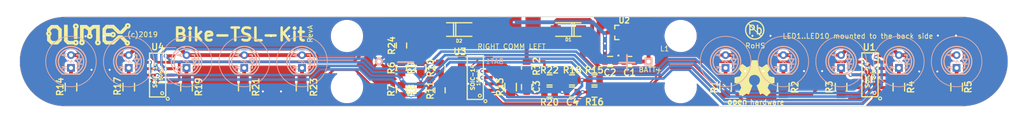
<source format=kicad_pcb>
(kicad_pcb (version 20221018) (generator pcbnew)
  (layers (0 "F.Cu" signal) (31 "B.Cu" signal) (34 "B.Paste" user) (35 "F.Paste" user) (36 "B.SilkS" user "B.Silkscreen") (37 "F.SilkS" user "F.Silkscreen") (38 "B.Mask" user) (39 "F.Mask" user) (44 "Edge.Cuts" user))
  (net 0 "")
  (net 1 "Net-(BAT1-Pad1)")
  (net 2 "Net-(LED1-Pad1)")
  (net 3 "Net-(LED2-Pad1)")
  (net 4 "Net-(LED3-Pad1)")
  (net 5 "Net-(LED4-Pad1)")
  (net 6 "Net-(LED5-Pad1)")
  (net 7 "Net-(LED6-Pad1)")
  (net 8 "Net-(LED7-Pad1)")
  (net 9 "Net-(LED8-Pad1)")
  (net 10 "Net-(LED9-Pad1)")
  (net 11 "Net-(LED10-Pad1)")
  (net 12 "GND")
  (net 13 "VDD_TO_LEFT_RIGHT")
  (net 14 "CAP")
  (net 15 "Net-(C4-Pad2)")
  (net 16 "Net-(L1-Pad2)")
  (net 17 "LEFT")
  (net 18 "RIGHT")
  (net 19 "Net-(R1-Pad2)")
  (net 20 "Net-(R2-Pad2)")
  (net 21 "Net-(R3-Pad2)")
  (net 22 "Net-(R4-Pad2)")
  (net 23 "Net-(R5-Pad2)")
  (net 24 "Net-(R6-Pad2)")
  (net 25 "VDD")
  (net 26 "Net-(R7-Pad2)")
  (net 27 "Net-(R8-Pad2)")
  (net 28 "Net-(R10-Pad1)")
  (net 29 "Net-(R10-Pad2)")
  (net 30 "Net-(R13-Pad1)")
  (net 31 "Net-(R14-Pad2)")
  (net 32 "Net-(R15-Pad2)")
  (net 33 "Net-(R17-Pad2)")
  (net 34 "Net-(R18-Pad2)")
  (net 35 "Net-(R19-Pad2)")
  (net 36 "Net-(R21-Pad2)")
  (net 37 "Net-(R23-Pad2)")
  (net 38 "Net-(R24-Pad2)")
  (footprint "OLIMEX_Other-FP:Mounting_hole_3.3mm" (layer "F.Cu") (at 102.87 33.02)
    (fp_text reference "MountingHole*" hide)
    (fp_text value "Mounting_hole_3.3mm" hide)
  )
  (footprint "OLIMEX_Other-FP:Mounting_hole_3.3mm" (layer "F.Cu") (at 102.87 43.18)
    (fp_text reference "MountingHole*" hide)
    (fp_text value "Mounting_hole_3.3mm" hide)
  )
  (footprint "OLIMEX_Other-FP:Mounting_hole_3.3mm" (layer "F.Cu") (at 168.91 43.18)
    (fp_text reference "MountingHole*" hide)
    (fp_text value "Mounting_hole_3.3mm" hide)
  )
  (footprint "OLIMEX_Other-FP:Mounting_hole_3.3mm" (layer "F.Cu") (at 168.91 33.02)
    (fp_text reference "MountingHole*" hide)
    (fp_text value "Mounting_hole_3.3mm" hide)
  )
  (footprint "OLIMEX_RLC-FP:C_0805_5MIL_DWS" (layer "F.Cu") (at 158.75 38.1 180)
    (fp_text reference "C1")
    (fp_text value "10uF")
  )
  (footprint "OLIMEX_RLC-FP:C_0805_5MIL_DWS" (layer "F.Cu") (at 154.94 38.1)
    (fp_text reference "C2")
    (fp_text value "10uF")
  )
  (footprint "OLIMEX_RLC-FP:C_0805_5MIL_DWS" (layer "F.Cu") (at 138.43 43.18 -90)
    (fp_text reference "C3")
    (fp_text value "10uF")
  )
  (footprint "OLIMEX_RLC-FP:C_0805_5MIL_DWS" (layer "F.Cu") (at 147.4089 44.1706)
    (fp_text reference "C4")
    (fp_text value "10uF")
  )
  (footprint "OLIMEX_RLC-FP:CD43" (layer "F.Cu") (at 161.925 33.02 90)
    (fp_text reference "L1")
    (fp_text value "4.7uH")
  )
  (footprint "OLIMEX_RLC-FP:R_1206_5MIL_DWS" (layer "F.Cu") (at 177.8 43.18 -90)
    (fp_text reference "R1")
    (fp_text value "220R")
  )
  (footprint "OLIMEX_RLC-FP:R_1206_5MIL_DWS" (layer "F.Cu") (at 189.23 43.18 -90)
    (fp_text reference "R2")
    (fp_text value "220R")
  )
  (footprint "OLIMEX_RLC-FP:R_1206_5MIL_DWS" (layer "F.Cu") (at 200.66 43.18 -90)
    (fp_text reference "R3")
    (fp_text value "220R")
  )
  (footprint "OLIMEX_RLC-FP:R_1206_5MIL_DWS" (layer "F.Cu") (at 212.09 43.18 -90)
    (fp_text reference "R4")
    (fp_text value "220R")
  )
  (footprint "OLIMEX_RLC-FP:R_1206_5MIL_DWS" (layer "F.Cu") (at 223.52 43.18 -90)
    (fp_text reference "R5")
    (fp_text value "220R")
  )
  (footprint "OLIMEX_RLC-FP:R_1206_5MIL_DWS" (layer "F.Cu") (at 135.255 43.18 90)
    (fp_text reference "R13")
    (fp_text value "220R")
  )
  (footprint "OLIMEX_RLC-FP:R_1206_5MIL_DWS" (layer "F.Cu") (at 59.69 43.18 -90)
    (fp_text reference "R17")
    (fp_text value "220R")
  )
  (footprint "OLIMEX_RLC-FP:R_1206_5MIL_DWS" (layer "F.Cu") (at 71.12 43.18 -90)
    (fp_text reference "R19")
    (fp_text value "220R")
  )
  (footprint "OLIMEX_RLC-FP:R_1206_5MIL_DWS" (layer "F.Cu") (at 82.55 43.18 -90)
    (fp_text reference "R21")
    (fp_text value "220R")
  )
  (footprint "OLIMEX_RLC-FP:R_1206_5MIL_DWS" (layer "F.Cu") (at 48.26 43.18 -90)
    (fp_text reference "R14")
    (fp_text value "220R")
  )
  (footprint "OLIMEX_Diodes-FP:SMA-KA" (layer "F.Cu") (at 146.685 31.75 180)
    (fp_text reference "D1")
    (fp_text value "1N5822_SS34_SMA")
  )
  (footprint "OLIMEX_Diodes-FP:SMA-KA" (layer "F.Cu") (at 125.095 31.75)
    (fp_text reference "D2")
    (fp_text value "1N5822_SS34_SMA")
  )
  (footprint "OLIMEX_TestPoints-FP:TP_SMD_10.00x3.00mm" (layer "F.Cu") (at 139.7 31.75 90)
    (fp_text reference "TESTPAD1" hide)
    (fp_text value "TESTPAD" hide)
  )
  (footprint "OLIMEX_TestPoints-FP:TP_SMD_10.00x3.00mm" (layer "F.Cu") (at 135.89 31.75 90)
    (fp_text reference "TESTPAD2" hide)
    (fp_text value "TESTPAD" hide)
  )
  (footprint "OLIMEX_TestPoints-FP:TP_SMD_10.00x3.00mm" (layer "F.Cu") (at 132.08 31.75 90)
    (fp_text reference "TESTPAD3" hide)
    (fp_text value "TESTPAD" hide)
  )
  (footprint "OLIMEX_IC-FP:SOIC-14_150mil" (layer "F.Cu") (at 65.405 40.7924 90)
    (fp_text reference "U4")
    (fp_text value "LM339")
  )
  (footprint "OLIMEX_RLC-FP:R_0805_5MIL_DWS" (layer "F.Cu") (at 113.665 39.37 -90)
    (fp_text reference "R6")
    (fp_text value "22K")
  )
  (footprint "OLIMEX_RLC-FP:R_0805_5MIL_DWS" (layer "F.Cu") (at 113.665 43.815 -90)
    (fp_text reference "R7")
    (fp_text value "22K")
  )
  (footprint "OLIMEX_RLC-FP:R_0805_5MIL_DWS" (layer "F.Cu") (at 117.475 43.815 90)
    (fp_text reference "R8")
    (fp_text value "22K")
  )
  (footprint "OLIMEX_RLC-FP:R_0805_5MIL_DWS" (layer "F.Cu") (at 121.285 39.37 -90)
    (fp_text reference "R10")
    (fp_text value "22K")
  )
  (footprint "OLIMEX_RLC-FP:R_0805_5MIL_DWS" (layer "F.Cu") (at 138.43 39.116 -90)
    (fp_text reference "R12")
    (fp_text value "22K")
  )
  (footprint "OLIMEX_RLC-FP:R_0805_5MIL_DWS" (layer "F.Cu") (at 151.8539 41.7576 180)
    (fp_text reference "R15")
    (fp_text value "22K")
  )
  (footprint "OLIMEX_RLC-FP:R_0805_5MIL_DWS" (layer "F.Cu") (at 151.8539 44.1706 180)
    (fp_text reference "R16")
    (fp_text value "22K")
  )
  (footprint "OLIMEX_RLC-FP:R_0805_5MIL_DWS" (layer "F.Cu") (at 147.4089 41.7576 180)
    (fp_text reference "R18")
    (fp_text value "22K")
  )
  (footprint "OLIMEX_RLC-FP:R_0805_5MIL_DWS" (layer "F.Cu") (at 142.9639 44.1706)
    (fp_text reference "R20")
    (fp_text value "22K")
  )
  (footprint "OLIMEX_RLC-FP:R_0805_5MIL_DWS" (layer "F.Cu") (at 142.9639 41.7576)
    (fp_text reference "R22")
    (fp_text value "22K")
  )
  (footprint "OLIMEX_RLC-FP:R_0805_5MIL_DWS" (layer "F.Cu") (at 117.475 39.37 90)
    (fp_text reference "R9")
    (fp_text value "22K")
  )
  (footprint "OLIMEX_RLC-FP:R_0805_5MIL_DWS" (layer "F.Cu") (at 121.285 43.815 -90)
    (fp_text reference "R11")
    (fp_text value "22K")
  )
  (footprint "OLIMEX_IC-FP:SOIC-14_150mil" (layer "F.Cu") (at 128.27 41.275 90)
    (fp_text reference "U3")
    (fp_text value "LM339")
  )
  (footprint "OLIMEX_IC-FP:SOIC-14_150mil" (layer "F.Cu") (at 206.375 40.7416 90)
    (fp_text reference "U1")
    (fp_text value "LM339")
  )
  (footprint "OLIMEX_RLC-FP:R_1206_5MIL_DWS" (layer "F.Cu") (at 93.98 43.18 -90)
    (fp_text reference "R23")
    (fp_text value "220R")
  )
  (footprint "OLIMEX_RLC-FP:R_0805_5MIL_DWS" (layer "F.Cu") (at 113.665 34.925 -90)
    (fp_text reference "R24")
    (fp_text value "22K")
  )
  (footprint "OLIMEX_LOGOs-FP:OLIMEX_LOGO_TB" (layer "F.Cu") (at 51.8668 32.6898)
    (fp_text reference "" hide)
    (fp_text value "" hide)
  )
  (footprint "OLIMEX_LOGOs-FP:LOGO_OPENHARDWARE_8x8" (layer "F.Cu") (at 183.515 41.91)
    (fp_text reference "" hide)
    (fp_text value "" hide)
  )
  (footprint "OLIMEX_LOGOs-FP:LOGO_PBFREE" (layer "F.Cu") (at 183.769 32.1564)
    (fp_text reference "")
    (fp_text value "")
  )
  (footprint "OLIMEX_Transistors-FP:SOT23" (layer "F.Cu") (at 156.5148 32.3342)
    (fp_text reference "U2")
    (fp_text value "BL8536")
  )
  (footprint "OLIMEX_LEDs-FP:LED10mmPTHKA" (layer "B.Cu") (at 223.52 38.1 -90)
    (fp_text reference "LED6" hide)
    (fp_text value "LED")
  )
  (footprint "OLIMEX_LEDs-FP:LED10mmPTHKA" (layer "B.Cu") (at 48.26 38.1 -90)
    (fp_text reference "LED1" hide)
    (fp_text value "LED")
  )
  (footprint "OLIMEX_LEDs-FP:LED10mmPTHKA" (layer "B.Cu") (at 212.09 38.1 -90)
    (fp_text reference "LED7" hide)
    (fp_text value "LED")
  )
  (footprint "OLIMEX_LEDs-FP:LED10mmPTHKA" (layer "B.Cu") (at 59.69 38.1 -90)
    (fp_text reference "LED2" hide)
    (fp_text value "LED")
  )
  (footprint "OLIMEX_LEDs-FP:LED10mmPTHKA" (layer "B.Cu") (at 200.66 38.1 -90)
    (fp_text reference "LED8" hide)
    (fp_text value "LED")
  )
  (footprint "OLIMEX_LEDs-FP:LED10mmPTHKA" (layer "B.Cu") (at 71.12 38.1 -90)
    (fp_text reference "LED3" hide)
    (fp_text value "LED")
  )
  (footprint "OLIMEX_LEDs-FP:LED10mmPTHKA" (layer "B.Cu") (at 189.23 38.1 -90)
    (fp_text reference "LED9" hide)
    (fp_text value "LED")
  )
  (footprint "OLIMEX_LEDs-FP:LED10mmPTHKA" (layer "B.Cu") (at 82.55 38.1 -90)
    (fp_text reference "LED4" hide)
    (fp_text value "LED")
  )
  (footprint "OLIMEX_LEDs-FP:LED10mmPTHKA" (layer "B.Cu") (at 93.98 38.1 -90)
    (fp_text reference "LED5" hide)
    (fp_text value "LED")
  )
  (footprint "OLIMEX_Connectors-FP:BATTERY-1xAA" (layer "B.Cu") (at 135.89 38.1 180)
    (fp_text reference "BAT1")
    (fp_text value "Battery")
  )
  (footprint "OLIMEX_LEDs-FP:LED10mmPTHKA" (layer "B.Cu") (at 177.8 38.1 -90)
    (fp_text reference "LED10" hide)
    (fp_text value "LED")
  )
  (gr_line (start 46.99 46.99) (end 224.79 46.99) (stroke (width 0.12)) (layer "Edge.Cuts"))
  (gr_arc (start 46.99 46.99) (mid 38.1 38.1) (end 46.99 29.21) (stroke (width 0.05)) (layer "Edge.Cuts"))
  (gr_line (start 46.99 29.21) (end 224.79 29.21) (stroke (width 0.12)) (layer "Edge.Cuts"))
  (gr_arc (start 224.79 29.21) (mid 233.68 38.1) (end 224.79 46.99) (stroke (width 0.05)) (layer "Edge.Cuts"))
  (gr_text "RIGHT COMM LEFT" (at 135.4582 35.1282) (layer "F.SilkS") (effects (font (size 1 1))))
  (gr_text "RevA" (at 95.5802 32.6136 90) (layer "F.SilkS") (effects (font (size 1 1))))
  (gr_text "(c)2019" (at 62.4332 32.7406) (layer "F.SilkS") (effects (font (size 1 1))))
  (gr_text "RoHS" (at 183.6674 34.9758) (layer "F.SilkS") (effects (font (size 1 1))))
  (gr_text "LED1..LED10 mounted to the back side" (at 203.9874 33.0454) (layer "F.SilkS") (effects (font (size 1 1))))
  (gr_text "Bike-TSL-Kit" (at 81.6102 32.7406) (layer "F.SilkS") (effects (font (size 2.54 2.54) (thickness 0.508))))
  (gr_text "BATT+" (at 162.9156 39.7256) (layer "F.SilkS") (effects (font (size 1 1))))
  (segment (start 162.56 35.28) (end 161.925 34.645) (width 0.762) (layer "F.Cu") (net 1))
  (segment (start 162.56 38.1) (end 159.766 38.1) (width 0.762) (layer "F.Cu") (net 1))
  (segment (start 162.56 38.1) (end 162.56 35.28) (width 0.762) (layer "F.Cu") (net 1))
  (segment (start 48.26 39.37) (end 48.26 41.783) (width 0.762) (layer "F.Cu") (net 2))
  (segment (start 59.69 39.37) (end 59.69 41.783) (width 0.762) (layer "F.Cu") (net 3))
  (segment (start 71.12 39.37) (end 71.12 41.783) (width 0.762) (layer "F.Cu") (net 4))
  (segment (start 82.55 39.37) (end 82.55 41.783) (width 0.762) (layer "F.Cu") (net 5))
  (segment (start 93.98 39.37) (end 93.98 41.783) (width 0.762) (layer "F.Cu") (net 6))
  (segment (start 223.52 39.37) (end 223.52 41.783) (width 0.762) (layer "F.Cu") (net 7))
  (segment (start 212.09 39.37) (end 212.09 41.783) (width 0.762) (layer "F.Cu") (net 8))
  (segment (start 200.66 39.37) (end 200.66 41.783) (width 0.762) (layer "F.Cu") (net 9))
  (segment (start 189.23 39.37) (end 189.23 41.783) (width 0.762) (layer "F.Cu") (net 10))
  (segment (start 177.8 39.37) (end 177.8 41.783) (width 0.762) (layer "F.Cu") (net 11))
  (segment (start 111.252 42.7736) (end 110.852001 42.373601) (width 0.508) (layer "F.Cu") (net 12))
  (segment (start 110.852001 42.373601) (end 110.852001 39.732001) (width 0.508) (layer "F.Cu") (net 12))
  (segment (start 145.4912 44.1706) (end 145.4658 44.1452) (width 0.508) (layer "F.Cu") (net 12))
  (segment (start 141.9479 44.1706) (end 140.0556 44.1706) (width 0.508) (layer "F.Cu") (net 12))
  (segment (start 126.8476 42.545) (end 126.873 42.5196) (width 0.508) (layer "F.Cu") (net 12))
  (segment (start 110.852001 39.732001) (end 109.981999 38.861999) (width 0.508) (layer "F.Cu") (net 12))
  (segment (start 157.5148 35.9824) (end 156.59 36.9072) (width 0.762) (layer "F.Cu") (net 12))
  (segment (start 63.8556 42.0624) (end 63.881 42.037) (width 0.508) (layer "F.Cu") (net 12))
  (segment (start 122.174 44.831) (end 124.46 42.545) (width 0.508) (layer "F.Cu") (net 12))
  (segment (start 146.3929 44.1706) (end 145.4912 44.1706) (width 0.508) (layer "F.Cu") (net 12))
  (segment (start 109.981999 38.861999) (end 109.22 38.1) (width 0.508) (layer "F.Cu") (net 12))
  (segment (start 138.4554 44.1706) (end 138.43 44.196) (width 0.508) (layer "F.Cu") (net 12))
  (segment (start 157.5148 33.2842) (end 157.5148 35.9824) (width 0.762) (layer "F.Cu") (net 12))
  (segment (start 157.734 38.1) (end 157.224 38.1) (width 0.762) (layer "F.Cu") (net 12))
  (segment (start 124.46 42.545) (end 125.57 42.545) (width 0.508) (layer "F.Cu") (net 12))
  (segment (start 156.59 36.9072) (end 156.59 37.466) (width 0.762) (layer "F.Cu") (net 12))
  (segment (start 156.59 37.466) (end 155.956 38.1) (width 0.762) (layer "F.Cu") (net 12))
  (segment (start 203.675 42.0116) (end 204.8764 42.0116) (width 0.508) (layer "F.Cu") (net 12))
  (segment (start 157.224 38.1) (end 156.59 37.466) (width 0.762) (layer "F.Cu") (net 12))
  (segment (start 125.57 42.545) (end 126.8476 42.545) (width 0.508) (layer "F.Cu") (net 12))
  (segment (start 140.0556 44.1706) (end 138.4554 44.1706) (width 0.508) (layer "F.Cu") (net 12))
  (segment (start 155.956 38.1) (end 157.734 38.1) (width 0.762) (layer "F.Cu") (net 12))
  (segment (start 121.285 44.831) (end 122.174 44.831) (width 0.508) (layer "F.Cu") (net 12))
  (segment (start 204.8764 42.0116) (end 204.9018 41.9862) (width 0.508) (layer "F.Cu") (net 12))
  (segment (start 62.705 42.0624) (end 63.8556 42.0624) (width 0.508) (layer "F.Cu") (net 12))
  (via (at 183.1086 32.9946) (size 0.8) (drill 0.4) (layers "F.Cu" "B.Cu") (net 12))
  (via (at 186.69 32.9946) (size 0.8) (drill 0.4) (layers "F.Cu" "B.Cu") (net 12))
  (via (at 219.8116 32.9438) (size 0.8) (drill 0.4) (layers "F.Cu" "B.Cu") (net 12))
  (via (at 223.393 32.9438) (size 0.8) (drill 0.4) (layers "F.Cu" "B.Cu") (net 12))
  (via (at 91.4146 33.0454) (size 0.8) (drill 0.4) (layers "F.Cu" "B.Cu") (net 12))
  (via (at 51.1302 33.0962) (size 0.8) (drill 0.4) (layers "F.Cu" "B.Cu") (net 12))
  (via (at 54.7116 33.0962) (size 0.8) (drill 0.4) (layers "F.Cu" "B.Cu") (net 12))
  (via (at 87.8332 33.0454) (size 0.8) (drill 0.4) (layers "F.Cu" "B.Cu") (net 12))
  (via (at 181.6608 40.005) (size 0.8) (drill 0.4) (layers "F.Cu" "B.Cu") (net 12))
  (via (at 185.2422 40.005) (size 0.8) (drill 0.4) (layers "F.Cu" "B.Cu") (net 12))
  (via (at 193.3194 40.005) (size 0.8) (drill 0.4) (layers "F.Cu" "B.Cu") (net 12))
  (via (at 196.9008 40.005) (size 0.8) (drill 0.4) (layers "F.Cu" "B.Cu") (net 12))
  (via (at 219.71 40.0812) (size 0.8) (drill 0.4) (layers "F.Cu" "B.Cu") (net 12))
  (via (at 216.1286 40.0812) (size 0.8) (drill 0.4) (layers "F.Cu" "B.Cu") (net 12))
  (via (at 52.324 39.751) (size 0.8) (drill 0.4) (layers "F.Cu" "B.Cu") (net 12))
  (via (at 55.9054 39.751) (size 0.8) (drill 0.4) (layers "F.Cu" "B.Cu") (net 12))
  (via (at 86.233 44.0436) (size 0.8) (drill 0.4) (layers "F.Cu" "B.Cu") (net 12))
  (via (at 89.8144 44.0436) (size 0.8) (drill 0.4) (layers "F.Cu" "B.Cu") (net 12))
  (via (at 204.9018 41.9862) (size 0.8) (drill 0.4) (layers "F.Cu" "B.Cu") (net 12))
  (via (at 140.0556 44.1706) (size 0.8) (drill 0.4) (layers "F.Cu" "B.Cu") (net 12))
  (via (at 111.252 42.7736) (size 0.8) (drill 0.4) (layers "F.Cu" "B.Cu") (net 12))
  (via (at 156.59 36.9072) (size 0.8) (drill 0.4) (layers "F.Cu" "B.Cu") (net 12))
  (via (at 145.4658 44.1452) (size 0.8) (drill 0.4) (layers "F.Cu" "B.Cu") (net 12))
  (via (at 126.873 42.5196) (size 0.8) (drill 0.4) (layers "F.Cu" "B.Cu") (net 12))
  (via (at 63.881 42.037) (size 0.8) (drill 0.4) (layers "F.Cu" "B.Cu") (net 12))
  (segment (start 145.4658 44.1452) (end 140.081 44.1452) (width 0.508) (layer "B.Cu") (net 12))
  (segment (start 109.22 38.1) (end 110.29763 38.1) (width 0.508) (layer "B.Cu") (net 12))
  (segment (start 112.977271 35.420359) (end 148.551959 35.420359) (width 0.508) (layer "B.Cu") (net 12))
  (segment (start 95.571866 34.905989) (end 65.988889 34.905989) (width 0.508) (layer "B.Cu") (net 12))
  (segment (start 126.873 41.953915) (end 126.873 42.5196) (width 0.508) (layer "B.Cu") (net 12))
  (segment (start 178.8695 43.643947) (end 172.11951 36.893957) (width 0.508) (layer "B.Cu") (net 12))
  (segment (start 150.0388 36.9072) (end 156.024315 36.9072) (width 0.508) (layer "B.Cu") (net 12))
  (segment (start 126.307315 42.5196) (end 123.141914 45.685001) (width 0.508) (layer "B.Cu") (net 12))
  (segment (start 148.551959 35.420359) (end 150.0388 36.9072) (width 0.508) (layer "B.Cu") (net 12))
  (segment (start 204.9018 41.9862) (end 203.244053 43.643947) (width 0.508) (layer "B.Cu") (net 12))
  (segment (start 63.052399 37.842479) (end 63.052399 41.208399) (width 0.508) (layer "B.Cu") (net 12))
  (segment (start 97.499066 36.83319) (end 95.571866 34.905989) (width 0.508) (layer "B.Cu") (net 12))
  (segment (start 63.481001 41.637001) (end 63.881 42.037) (width 0.508) (layer "B.Cu") (net 12))
  (segment (start 140.0556 44.1706) (end 135.035999 39.150999) (width 0.508) (layer "B.Cu") (net 12))
  (segment (start 164.934443 36.893957) (end 164.547687 36.507201) (width 0.508) (layer "B.Cu") (net 12))
  (segment (start 114.163401 45.685001) (end 111.252 42.7736) (width 0.508) (layer "B.Cu") (net 12))
  (segment (start 109.22 38.1) (end 107.95319 36.83319) (width 0.508) (layer "B.Cu") (net 12))
  (segment (start 126.873 41.509678) (end 126.873 41.953915) (width 0.508) (layer "B.Cu") (net 12))
  (segment (start 156.024315 36.9072) (end 156.59 36.9072) (width 0.508) (layer "B.Cu") (net 12))
  (segment (start 129.231679 39.150999) (end 126.873 41.509678) (width 0.508) (layer "B.Cu") (net 12))
  (segment (start 63.052399 41.208399) (end 63.481001 41.637001) (width 0.508) (layer "B.Cu") (net 12))
  (segment (start 140.081 44.1452) (end 140.0556 44.1706) (width 0.508) (layer "B.Cu") (net 12))
  (segment (start 123.141914 45.685001) (end 114.163401 45.685001) (width 0.508) (layer "B.Cu") (net 12))
  (segment (start 172.11951 36.893957) (end 164.934443 36.893957) (width 0.508) (layer "B.Cu") (net 12))
  (segment (start 65.988889 34.905989) (end 63.052399 37.842479) (width 0.508) (layer "B.Cu") (net 12))
  (segment (start 203.244053 43.643947) (end 178.8695 43.643947) (width 0.508) (layer "B.Cu") (net 12))
  (segment (start 156.989999 36.507201) (end 156.59 36.9072) (width 0.508) (layer "B.Cu") (net 12))
  (segment (start 164.547687 36.507201) (end 156.989999 36.507201) (width 0.508) (layer "B.Cu") (net 12))
  (segment (start 126.873 42.5196) (end 126.307315 42.5196) (width 0.508) (layer "B.Cu") (net 12))
  (segment (start 110.29763 38.1) (end 112.977271 35.420359) (width 0.508) (layer "B.Cu") (net 12))
  (segment (start 107.95319 36.83319) (end 97.499066 36.83319) (width 0.508) (layer "B.Cu") (net 12))
  (segment (start 135.035999 39.150999) (end 129.231679 39.150999) (width 0.508) (layer "B.Cu") (net 12))
  (segment (start 153.924 33.02) (end 153.924 34.5186) (width 0.762) (layer "F.Cu") (net 13))
  (segment (start 153.924 34.5186) (end 153.924 35.9664) (width 0.762) (layer "F.Cu") (net 13))
  (segment (start 153.924 38.1) (end 153.924 35.9664) (width 0.762) (layer "F.Cu") (net 13))
  (segment (start 154.305 32.3342) (end 153.924 32.7152) (width 0.762) (layer "F.Cu") (net 13))
  (segment (start 135.89 30.3276) (end 135.9154 30.3022) (width 0.762) (layer "F.Cu") (net 13))
  (segment (start 155.5148 32.3342) (end 154.305 32.3342) (width 0.762) (layer "F.Cu") (net 13))
  (segment (start 135.89 31.75) (end 135.89 30.3276) (width 0.762) (layer "F.Cu") (net 13))
  (segment (start 153.924 32.7152) (end 153.924 33.02) (width 0.762) (layer "F.Cu") (net 13))
  (via (at 153.924 35.9664) (size 0.8) (drill 0.4) (layers "F.Cu" "B.Cu") (net 13))
  (via (at 153.924 34.5186) (size 0.8) (drill 0.4) (layers "F.Cu" "B.Cu") (net 13))
  (via (at 153.924 33.02) (size 0.8) (drill 0.4) (layers "F.Cu" "B.Cu") (net 13))
  (via (at 135.9154 30.3022) (size 0.8) (drill 0.4) (layers "F.Cu" "B.Cu") (net 13))
  (segment (start 135.9154 30.3022) (end 151.5364 30.3022) (width 0.762) (layer "B.Cu") (net 13))
  (segment (start 151.5364 30.3022) (end 153.924 32.6898) (width 0.762) (layer "B.Cu") (net 13))
  (segment (start 153.924 32.6898) (end 153.924 35.9664) (width 0.762) (layer "B.Cu") (net 13))
  (segment (start 63.963 36.9824) (end 65.233 38.2524) (width 0.508) (layer "F.Cu") (net 14))
  (segment (start 128.864 38.735) (end 127.594 40.005) (width 0.508) (layer "F.Cu") (net 14))
  (segment (start 206.203 38.2016) (end 206.203 45.1046) (width 0.508) (layer "F.Cu") (net 14))
  (segment (start 206.203 40.7416) (end 209.075 40.7416) (width 0.508) (layer "F.Cu") (net 14))
  (segment (start 206.203 43.662202) (end 206.1972 43.668002) (width 0.254) (layer "F.Cu") (net 14))
  (segment (start 136.8298 41.783) (end 137.2108 42.164) (width 0.508) (layer "F.Cu") (net 14))
  (segment (start 65.233 38.2524) (end 68.105 38.2524) (width 0.508) (layer "F.Cu") (net 14))
  (segment (start 175.8696 43.2054) (end 178.6128 43.2054) (width 0.254) (layer "F.Cu") (net 14))
  (segment (start 137.2108 42.164) (end 138.43 42.164) (width 0.508) (layer "F.Cu") (net 14))
  (segment (start 127.594 40.005) (end 126.828 40.005) (width 0.508) (layer "F.Cu") (net 14))
  (segment (start 204.851 46.4566) (end 206.1972 45.1104) (width 0.254) (layer "F.Cu") (net 14))
  (segment (start 159.433317 45.713611) (end 166.357938 38.788989) (width 0.254) (layer "F.Cu") (net 14))
  (segment (start 62.705 36.9824) (end 61.447 36.9824) (width 0.508) (layer "F.Cu") (net 14))
  (segment (start 206.203 38.2016) (end 207.817 38.2016) (width 0.508) (layer "F.Cu") (net 14))
  (segment (start 126.828 40.005) (end 125.57 40.005) (width 0.508) (layer "F.Cu") (net 14))
  (segment (start 67.31 40.7924) (end 68.105 40.7924) (width 0.508) (layer "F.Cu") (net 14))
  (segment (start 178.6128 43.2054) (end 179.2351 43.8277) (width 0.254) (layer "F.Cu") (net 14))
  (segment (start 67.004801 46.507001) (end 125.786601 46.507001) (width 0.254) (layer "F.Cu") (net 14))
  (segment (start 61.214 37.2154) (end 61.214 39.2894) (width 0.508) (layer "F.Cu") (net 14))
  (segment (start 65.233 44.7352) (end 67.004801 46.507001) (width 0.254) (layer "F.Cu") (net 14))
  (segment (start 61.214 39.2894) (end 61.447 39.5224) (width 0.508) (layer "F.Cu") (net 14))
  (segment (start 127.600001 40.011001) (end 127.594 40.005) (width 0.254) (layer "F.Cu") (net 14))
  (segment (start 204.851 46.4566) (end 181.864 46.4566) (width 0.508) (layer "F.Cu") (net 14))
  (segment (start 204.933 39.4716) (end 206.203 40.7416) (width 0.508) (layer "F.Cu") (net 14))
  (segment (start 132.672199 44.457999) (end 133.927811 45.713611) (width 0.254) (layer "F.Cu") (net 14))
  (segment (start 206.203 45.1046) (end 204.851 46.4566) (width 0.508) (layer "F.Cu") (net 14))
  (segment (start 127.600001 44.693601) (end 127.600001 40.011001) (width 0.254) (layer "F.Cu") (net 14))
  (segment (start 125.786601 46.507001) (end 127.600001 44.693601) (width 0.254) (layer "F.Cu") (net 14))
  (segment (start 61.447 36.9824) (end 61.214 37.2154) (width 0.508) (layer "F.Cu") (net 14))
  (segment (start 65.233 44.7352) (end 65.233 45.0146) (width 0.508) (layer "F.Cu") (net 14))
  (segment (start 127.835603 44.457999) (end 132.672199 44.457999) (width 0.254) (layer "F.Cu") (net 14))
  (segment (start 62.705 39.5224) (end 65.322722 39.5224) (width 0.508) (layer "F.Cu") (net 14))
  (segment (start 127.600001 44.693601) (end 127.835603 44.457999) (width 0.254) (layer "F.Cu") (net 14))
  (segment (start 65.233 44.7352) (end 65.233 42.152122) (width 0.508) (layer "F.Cu") (net 14))
  (segment (start 206.1972 43.668002) (end 206.1972 45.1104) (width 0.254) (layer "F.Cu") (net 14))
  (segment (start 65.322722 39.5224) (end 66.592722 40.7924) (width 0.508) (layer "F.Cu") (net 14))
  (segment (start 130.97 38.735) (end 134.239 38.735) (width 0.508) (layer "F.Cu") (net 14))
  (segment (start 133.927811 45.713611) (end 159.433317 45.713611) (width 0.254) (layer "F.Cu") (net 14))
  (segment (start 204.933 36.9316) (end 206.203 38.2016) (width 0.508) (layer "F.Cu") (net 14))
  (segment (start 61.447 39.5224) (end 62.705 39.5224) (width 0.508) (layer "F.Cu") (net 14))
  (segment (start 65.233 45.0146) (end 66.69439 46.47599) (width 0.508) (layer "F.Cu") (net 14))
  (segment (start 181.864 46.4566) (end 179.2351 43.8277) (width 0.508) (layer "F.Cu") (net 14))
  (segment (start 206.203 40.7416) (end 206.203 43.662202) (width 0.254) (layer "F.Cu") (net 14))
  (segment (start 207.817 38.2016) (end 209.075 38.2016) (width 0.508) (layer "F.Cu") (net 14))
  (segment (start 130.97 38.735) (end 128.864 38.735) (width 0.508) (layer "F.Cu") (net 14))
  (segment (start 135.255 41.783) (end 136.8298 41.783) (width 0.508) (layer "F.Cu") (net 14))
  (segment (start 206.1972 45.1104) (end 206.1972 45.1612) (width 0.254) (layer "F.Cu") (net 14))
  (segment (start 66.847 40.7924) (end 67.31 40.7924) (width 0.508) (layer "F.Cu") (net 14))
  (segment (start 203.675 39.4716) (end 204.933 39.4716) (width 0.508) (layer "F.Cu") (net 14))
  (segment (start 66.592722 40.7924) (end 67.31 40.7924) (width 0.508) (layer "F.Cu") (net 14))
  (segment (start 134.239 38.735) (end 135.255 39.751) (width 0.508) (layer "F.Cu") (net 14))
  (segment (start 203.675 36.9316) (end 204.933 36.9316) (width 0.508) (layer "F.Cu") (net 14))
  (segment (start 166.357938 38.788989) (end 171.453189 38.788989) (width 0.254) (layer "F.Cu") (net 14))
  (segment (start 138.43 40.132) (end 138.43 42.164) (width 0.508) (layer "F.Cu") (net 14))
  (segment (start 65.233 42.152122) (end 66.592722 40.7924) (width 0.508) (layer "F.Cu") (net 14))
  (segment (start 135.255 39.751) (end 135.255 41.783) (width 0.508) (layer "F.Cu") (net 14))
  (segment (start 62.705 36.9824) (end 63.963 36.9824) (width 0.508) (layer "F.Cu") (net 14))
  (segment (start 171.453189 38.788989) (end 175.8696 43.2054) (width 0.254) (layer "F.Cu") (net 14))
  (segment (start 66.69439 46.47599) (end 100.152599 46.47599) (width 0.508) (layer "F.Cu") (net 14))
  (segment (start 148.4249 44.1706) (end 149.479 44.1706) (width 0.508) (layer "F.Cu") (net 15))
  (segment (start 149.479 44.1706) (end 150.8379 44.1706) (width 0.508) (layer "F.Cu") (net 15))
  (segment (start 129.667 41.275) (end 129.6416 41.3004) (width 0.508) (layer "F.Cu") (net 15))
  (segment (start 130.97 41.275) (end 129.667 41.275) (width 0.508) (layer "F.Cu") (net 15))
  (via (at 129.6416 41.3004) (size 0.8) (drill 0.4) (layers "F.Cu" "B.Cu") (net 15))
  (via (at 149.479 44.1706) (size 0.8) (drill 0.4) (layers "F.Cu" "B.Cu") (net 15))
  (segment (start 134.21041 45.86921) (end 130.041599 41.700399) (width 0.508) (layer "B.Cu") (net 15))
  (segment (start 130.041599 41.700399) (end 129.6416 41.3004) (width 0.508) (layer "B.Cu") (net 15))
  (segment (start 147.78039 45.86921) (end 134.21041 45.86921) (width 0.508) (layer "B.Cu") (net 15))
  (segment (start 149.479 44.1706) (end 147.78039 45.86921) (width 0.508) (layer "B.Cu") (net 15))
  (segment (start 157.5148 31.3842) (end 161.9142 31.3842) (width 0.762) (layer "F.Cu") (net 16))
  (segment (start 161.9142 31.3842) (end 161.925 31.395) (width 0.762) (layer "F.Cu") (net 16))
  (segment (start 151.4094 30.3784) (end 151.4094 37.791202) (width 0.762) (layer "F.Cu") (net 17))
  (segment (start 176.72237 36.83) (end 177.8 36.83) (width 0.762) (layer "F.Cu") (net 17))
  (segment (start 211.328001 36.068001) (end 212.09 36.83) (width 0.762) (layer "F.Cu") (net 17))
  (segment (start 163.70137 39.443001) (end 166.314371 36.83) (width 0.762) (layer "F.Cu") (net 17))
  (segment (start 153.061199 39.443001) (end 163.70137 39.443001) (width 0.762) (layer "F.Cu") (net 17))
  (segment (start 144.185 30.138) (end 144.47199 29.85101) (width 0.762) (layer "F.Cu") (net 17))
  (segment (start 144.47199 29.85101) (end 150.88201 29.85101) (width 0.762) (layer "F.Cu") (net 17))
  (segment (start 151.4094 37.791202) (end 153.061199 39.443001) (width 0.762) (layer "F.Cu") (net 17))
  (segment (start 150.88201 29.85101) (end 151.4094 30.3784) (width 0.762) (layer "F.Cu") (net 17))
  (segment (start 200.66 36.83) (end 202.4888 35.0012) (width 0.762) (layer "F.Cu") (net 17))
  (segment (start 202.4888 35.0012) (end 210.2612 35.0012) (width 0.762) (layer "F.Cu") (net 17))
  (segment (start 144.185 31.75) (end 144.185 30.138) (width 0.762) (layer "F.Cu") (net 17))
  (segment (start 212.09 36.83) (end 223.52 36.83) (width 0.762) (layer "F.Cu") (net 17))
  (segment (start 210.2612 35.0012) (end 211.328001 36.068001) (width 0.762) (layer "F.Cu") (net 17))
  (segment (start 189.23 36.83) (end 200.66 36.83) (width 0.762) (layer "F.Cu") (net 17))
  (segment (start 139.7 31.75) (end 144.185 31.75) (width 0.762) (layer "F.Cu") (net 17))
  (segment (start 177.8 36.83) (end 189.23 36.83) (width 0.762) (layer "F.Cu") (net 17))
  (segment (start 166.314371 36.83) (end 176.72237 36.83) (width 0.762) (layer "F.Cu") (net 17))
  (segment (start 124.401999 30.318999) (end 125.833 31.75) (width 0.762) (layer "F.Cu") (net 18))
  (segment (start 61.6204 34.8996) (end 69.1896 34.8996) (width 0.762) (layer "F.Cu") (net 18))
  (segment (start 59.69 36.83) (end 61.6204 34.8996) (width 0.762) (layer "F.Cu") (net 18))
  (segment (start 82.55 36.83) (end 93.98 36.83) (width 0.762) (layer "F.Cu") (net 18))
  (segment (start 110.879601 30.318999) (end 124.401999 30.318999) (width 0.762) (layer "F.Cu") (net 18))
  (segment (start 48.26 36.83) (end 59.69 36.83) (width 0.762) (layer "F.Cu") (net 18))
  (segment (start 125.833 31.75) (end 127.595 31.75) (width 0.762) (layer "F.Cu") (net 18))
  (segment (start 132.08 31.75) (end 127.595 31.75) (width 0.762) (layer "F.Cu") (net 18))
  (segment (start 104.3686 36.83) (end 110.879601 30.318999) (width 0.762) (layer "F.Cu") (net 18))
  (segment (start 93.98 36.83) (end 104.3686 36.83) (width 0.762) (layer "F.Cu") (net 18))
  (segment (start 69.1896 34.8996) (end 71.12 36.83) (width 0.762) (layer "F.Cu") (net 18))
  (segment (start 71.12 36.83) (end 82.55 36.83) (width 0.762) (layer "F.Cu") (net 18))
  (segment (start 130.97 45.085) (end 132.258 45.085) (width 0.508) (layer "F.Cu") (net 19))
  (segment (start 171.196 39.37) (end 176.403 44.577) (width 0.508) (layer "F.Cu") (net 19))
  (segment (start 176.403 44.577) (end 177.8 44.577) (width 0.508) (layer "F.Cu") (net 19))
  (segment (start 133.64899 46.47599) (end 159.49261 46.47599) (width 0.508) (layer "F.Cu") (net 19))
  (segment (start 166.5986 39.37) (end 171.196 39.37) (width 0.508) (layer "F.Cu") (net 19))
  (segment (start 132.258 45.085) (end 133.64899 46.47599) (width 0.508) (layer "F.Cu") (net 19))
  (segment (start 159.49261 46.47599) (end 166.5986 39.37) (width 0.508) (layer "F.Cu") (net 19))
  (segment (start 196.1896 43.2816) (end 194.8942 44.577) (width 0.508) (layer "F.Cu") (net 20))
  (segment (start 203.675 43.2816) (end 196.1896 43.2816) (width 0.508) (layer "F.Cu") (net 20))
  (segment (start 194.8942 44.577) (end 189.23 44.577) (width 0.508) (layer "F.Cu") (net 20))
  (segment (start 200.6854 44.5516) (end 200.66 44.577) (width 0.508) (layer "F.Cu") (net 21))
  (segment (start 203.675 44.5516) (end 200.6854 44.5516) (width 0.508) (layer "F.Cu") (net 21))
  (segment (start 212.0646 44.5516) (end 212.09 44.577) (width 0.508) (layer "F.Cu") (net 22))
  (segment (start 209.075 44.5516) (end 212.0646 44.5516) (width 0.508) (layer "F.Cu") (net 22))
  (segment (start 218.3384 43.2816) (end 219.6338 44.577) (width 0.508) (layer "F.Cu") (net 23))
  (segment (start 209.075 43.2816) (end 218.3384 43.2816) (width 0.508) (layer "F.Cu") (net 23))
  (segment (start 219.6338 44.577) (end 223.52 44.577) (width 0.508) (layer "F.Cu") (net 23))
  (segment (start 113.665 41.6306) (end 113.665 42.799) (width 0.508) (layer "F.Cu") (net 24))
  (segment (start 113.665 40.386) (end 113.665 41.6306) (width 0.508) (layer "F.Cu") (net 24))
  (segment (start 209.075 39.4716) (end 207.817 39.4716) (width 0.508) (layer "F.Cu") (net 24))
  (segment (start 62.705 40.7924) (end 65.3288 40.7924) (width 0.508) (layer "F.Cu") (net 24))
  (via (at 207.817 39.4716) (size 0.8) (drill 0.4) (layers "F.Cu" "B.Cu") (net 24))
  (via (at 65.3288 40.7924) (size 0.8) (drill 0.4) (layers "F.Cu" "B.Cu") (net 24))
  (via (at 113.665 41.6306) (size 0.8) (drill 0.4) (layers "F.Cu" "B.Cu") (net 24))
  (segment (start 170.861189 39.017989) (end 166.958813 39.017989) (width 0.508) (layer "B.Cu") (net 24))
  (segment (start 165.212989 40.763812) (end 150.858086 40.763812) (width 0.508) (layer "B.Cu") (net 24))
  (segment (start 166.958813 39.017989) (end 165.212989 40.763812) (width 0.508) (layer "B.Cu") (net 24))
  (segment (start 147.638663 37.544389) (end 122.922133 37.544389) (width 0.508) (layer "B.Cu") (net 24))
  (segment (start 207.817 39.4716) (end 207.817 42.641722) (width 0.508) (layer "B.Cu") (net 24))
  (segment (start 112.956989 40.922589) (end 107.703233 40.922589) (width 0.508) (layer "B.Cu") (net 24))
  (segment (start 114.6048 42.5704) (end 114.064999 42.030599) (width 0.508) (layer "B.Cu") (net 24))
  (segment (start 114.064999 42.030599) (end 113.665 41.6306) (width 0.508) (layer "B.Cu") (net 24))
  (segment (start 204.690743 45.767979) (end 177.611177 45.767979) (width 0.508) (layer "B.Cu") (net 24))
  (segment (start 105.737866 38.957222) (end 97.186778 38.957222) (width 0.508) (layer "B.Cu") (net 24))
  (segment (start 95.3516 40.7924) (end 65.894485 40.7924) (width 0.508) (layer "B.Cu") (net 24))
  (segment (start 150.858086 40.763812) (end 147.638663 37.544389) (width 0.508) (layer "B.Cu") (net 24))
  (segment (start 113.665 41.6306) (end 112.956989 40.922589) (width 0.508) (layer "B.Cu") (net 24))
  (segment (start 177.611177 45.767979) (end 170.861189 39.017989) (width 0.508) (layer "B.Cu") (net 24))
  (segment (start 117.896122 42.5704) (end 114.6048 42.5704) (width 0.508) (layer "B.Cu") (net 24))
  (segment (start 97.186778 38.957222) (end 95.3516 40.7924) (width 0.508) (layer "B.Cu") (net 24))
  (segment (start 107.703233 40.922589) (end 105.737866 38.957222) (width 0.508) (layer "B.Cu") (net 24))
  (segment (start 207.817 42.641722) (end 204.690743 45.767979) (width 0.508) (layer "B.Cu") (net 24))
  (segment (start 122.922133 37.544389) (end 117.896122 42.5704) (width 0.508) (layer "B.Cu") (net 24))
  (segment (start 65.894485 40.7924) (end 65.3288 40.7924) (width 0.508) (layer "B.Cu") (net 24))
  (segment (start 140.689499 43.143001) (end 141.9479 41.8846) (width 0.508) (layer "F.Cu") (net 25))
  (segment (start 202.0316 36.707798) (end 202.561799 36.177599) (width 0.508) (layer "F.Cu") (net 25))
  (segment (start 122.595 33.362) (end 124.064001 34.831001) (width 0.762) (layer "F.Cu") (net 25))
  (segment (start 202.561799 36.177599) (end 210.188201 36.177599) (width 0.508) (layer "F.Cu") (net 25))
  (segment (start 122.595 31.75) (end 122.595 33.362) (width 0.762) (layer "F.Cu") (net 25))
  (segment (start 149.185 34.831001) (end 149.185 33.362) (width 0.762) (layer "F.Cu") (net 25))
  (segment (start 141.9479 41.8846) (end 141.9479 41.7576) (width 0.508) (layer "F.Cu") (net 25))
  (segment (start 141.9479 38.1) (end 141.9479 40.4876) (width 0.508) (layer "F.Cu") (net 25))
  (segment (start 124.064001 34.831001) (end 138.422399 34.831001) (width 0.762) (layer "F.Cu") (net 25))
  (segment (start 210.333 42.0116) (end 209.075 42.0116) (width 0.508) (layer "F.Cu") (net 25))
  (segment (start 139.7 38.1) (end 141.9479 38.1) (width 0.508) (layer "F.Cu") (net 25))
  (segment (start 141.9479 40.4876) (end 141.9479 41.7576) (width 0.508) (layer "F.Cu") (net 25))
  (segment (start 149.185 36.747684) (end 152.715328 40.278012) (width 0.508) (layer "F.Cu") (net 25))
  (segment (start 202.0316 37.544398) (end 202.0316 36.707798) (width 0.508) (layer "F.Cu") (net 25))
  (segment (start 112.395 33.909) (end 113.665 33.909) (width 0.508) (layer "F.Cu") (net 25))
  (segment (start 113.665 32.512) (end 113.665 33.909) (width 0.762) (layer "F.Cu") (net 25))
  (segment (start 210.6676 36.656998) (end 210.6676 41.677) (width 0.508) (layer "F.Cu") (net 25))
  (segment (start 114.427 31.75) (end 113.665 32.512) (width 0.762) (layer "F.Cu") (net 25))
  (segment (start 210.6676 41.677) (end 210.333 42.0116) (width 0.508) (layer "F.Cu") (net 25))
  (segment (start 104.225483 38.153999) (end 108.470482 33.909) (width 0.508) (layer "F.Cu") (net 25))
  (segment (start 152.715328 40.278012) (end 164.047243 40.278012) (width 0.508) (layer "F.Cu") (net 25))
  (segment (start 138.43 34.838602) (end 138.422399 34.831001) (width 0.762) (layer "F.Cu") (net 25))
  (segment (start 130.97 42.545) (end 133.604 42.545) (width 0.508) (layer "F.Cu") (net 25))
  (segment (start 210.188201 36.177599) (end 210.6676 36.656998) (width 0.508) (layer "F.Cu") (net 25))
  (segment (start 166.171256 38.153999) (end 201.421999 38.153999) (width 0.508) (layer "F.Cu") (net 25))
  (segment (start 68.105 42.0624) (end 69.2912 42.0624) (width 0.508) (layer "F.Cu") (net 25))
  (segment (start 69.2912 42.0624) (end 69.6722 41.6814) (width 0.508) (layer "F.Cu") (net 25))
  (segment (start 138.43 38.1) (end 138.43 34.838602) (width 0.762) (layer "F.Cu") (net 25))
  (segment (start 69.6722 41.6814) (end 69.6722 38.476598) (width 0.508) (layer "F.Cu") (net 25))
  (segment (start 149.185 33.362) (end 149.185 31.75) (width 0.762) (layer "F.Cu") (net 25))
  (segment (start 164.047243 40.278012) (end 166.171256 38.153999) (width 0.508) (layer "F.Cu") (net 25))
  (segment (start 108.470482 33.909) (end 112.395 33.909) (width 0.508) (layer "F.Cu") (net 25))
  (segment (start 138.422399 34.831001) (end 149.185 34.831001) (width 0.762) (layer "F.Cu") (net 25))
  (segment (start 69.6722 38.476598) (end 69.994799 38.153999) (width 0.508) (layer "F.Cu") (net 25))
  (segment (start 138.43 38.1) (end 139.7 38.1) (width 0.508) (layer "F.Cu") (net 25))
  (segment (start 134.202001 43.143001) (end 140.689499 43.143001) (width 0.508) (layer "F.Cu") (net 25))
  (segment (start 69.994799 38.153999) (end 104.225483 38.153999) (width 0.508) (layer "F.Cu") (net 25))
  (segment (start 133.604 42.545) (end 134.202001 43.143001) (width 0.508) (layer "F.Cu") (net 25))
  (segment (start 201.421999 38.153999) (end 202.0316 37.544398) (width 0.508) (layer "F.Cu") (net 25))
  (segment (start 149.185 33.362) (end 149.185 36.747684) (width 0.508) (layer "F.Cu") (net 25))
  (segment (start 122.595 31.75) (end 114.427 31.75) (width 0.762) (layer "F.Cu") (net 25))
  (segment (start 62.705 38.2524) (end 63.9064 38.2524) (width 0.508) (layer "F.Cu") (net 26))
  (segment (start 113.665 44.831) (end 115.57 44.831) (width 0.508) (layer "F.Cu") (net 26))
  (segment (start 207.8736 36.9316) (end 207.5942 37.211) (width 0.508) (layer "F.Cu") (net 26))
  (segment (start 209.075 36.9316) (end 207.8736 36.9316) (width 0.508) (layer "F.Cu") (net 26))
  (segment (start 115.57 44.831) (end 117.475 44.831) (width 0.508) (layer "F.Cu") (net 26))
  (via (at 115.57 44.831) (size 0.8) (drill 0.4) (layers "F.Cu" "B.Cu") (net 26))
  (via (at 63.9064 38.2524) (size 0.8) (drill 0.4) (layers "F.Cu" "B.Cu") (net 26))
  (via (at 207.5942 37.211) (size 0.8) (drill 0.4) (layers "F.Cu" "B.Cu") (net 26))
  (segment (start 115.57 44.831) (end 116.6368 44.831) (width 0.508) (layer "B.Cu") (net 26))
  (segment (start 207.994199 37.610999) (end 207.5942 37.211) (width 0.508) (layer "B.Cu") (net 26))
  (segment (start 63.9064 38.2524) (end 63.9064 40.633922) (width 0.508) (layer "B.Cu") (net 26))
  (segment (start 123.2154 38.2524) (end 147.345396 38.2524) (width 0.508) (layer "B.Cu") (net 26))
  (segment (start 204.98401 46.47599) (end 208.6864 42.7736) (width 0.508) (layer "B.Cu") (net 26))
  (segment (start 64.953878 41.6814) (end 95.504 41.6814) (width 0.508) (layer "B.Cu") (net 26))
  (segment (start 116.6368 44.831) (end 123.2154 38.2524) (width 0.508) (layer "B.Cu") (net 26))
  (segment (start 167.252081 39.726) (end 170.567922 39.726) (width 0.508) (layer "B.Cu") (net 26))
  (segment (start 63.9064 40.633922) (end 64.953878 41.6814) (width 0.508) (layer "B.Cu") (net 26))
  (segment (start 107.409966 41.6306) (end 111.803915 41.6306) (width 0.508) (layer "B.Cu") (net 26))
  (segment (start 111.803915 41.6306) (end 115.004315 44.831) (width 0.508) (layer "B.Cu") (net 26))
  (segment (start 177.31791 46.47599) (end 204.98401 46.47599) (width 0.508) (layer "B.Cu") (net 26))
  (segment (start 165.506259 41.471822) (end 167.252081 39.726) (width 0.508) (layer "B.Cu") (net 26))
  (segment (start 208.6864 38.3032) (end 207.994199 37.610999) (width 0.508) (layer "B.Cu") (net 26))
  (segment (start 115.004315 44.831) (end 115.57 44.831) (width 0.508) (layer "B.Cu") (net 26))
  (segment (start 105.444599 39.665233) (end 107.409966 41.6306) (width 0.508) (layer "B.Cu") (net 26))
  (segment (start 170.567922 39.726) (end 177.31791 46.47599) (width 0.508) (layer "B.Cu") (net 26))
  (segment (start 208.6864 42.7736) (end 208.6864 38.3032) (width 0.508) (layer "B.Cu") (net 26))
  (segment (start 147.345396 38.2524) (end 150.564819 41.471823) (width 0.508) (layer "B.Cu") (net 26))
  (segment (start 97.520167 39.665233) (end 105.444599 39.665233) (width 0.508) (layer "B.Cu") (net 26))
  (segment (start 150.564819 41.471823) (end 165.506259 41.471822) (width 0.508) (layer "B.Cu") (net 26))
  (segment (start 95.504 41.6814) (end 97.520167 39.665233) (width 0.508) (layer "B.Cu") (net 26))
  (segment (start 203.675 38.2016) (end 204.8764 38.2016) (width 0.508) (layer "F.Cu") (net 27))
  (segment (start 68.105 36.9824) (end 67.0052 36.9824) (width 0.508) (layer "F.Cu") (net 27))
  (segment (start 117.475 40.386) (end 117.475 41.6306) (width 0.508) (layer "F.Cu") (net 27))
  (segment (start 117.475 41.6306) (end 117.475 42.799) (width 0.508) (layer "F.Cu") (net 27))
  (via (at 67.0052 36.9824) (size 0.8) (drill 0.4) (layers "F.Cu" "B.Cu") (net 27))
  (via (at 117.475 41.6306) (size 0.8) (drill 0.4) (layers "F.Cu" "B.Cu") (net 27))
  (via (at 204.8764 38.2016) (size 0.8) (drill 0.4) (layers "F.Cu" "B.Cu") (net 27))
  (segment (start 122.269222 36.836378) (end 147.93193 36.836378) (width 0.508) (layer "B.Cu") (net 27))
  (segment (start 147.93193 36.836378) (end 151.151353 40.055801) (width 0.508) (layer "B.Cu") (net 27))
  (segment (start 116.058978 40.214578) (end 117.075001 41.230601) (width 0.508) (layer "B.Cu") (net 27))
  (segment (start 68.176799 38.153999) (end 96.817321 38.153999) (width 0.508) (layer "B.Cu") (net 27))
  (segment (start 107.9965 40.214578) (end 116.058978 40.214578) (width 0.508) (layer "B.Cu") (net 27))
  (segment (start 117.075001 41.230601) (end 117.475 41.6306) (width 0.508) (layer "B.Cu") (net 27))
  (segment (start 67.0052 36.9824) (end 68.176799 38.153999) (width 0.508) (layer "B.Cu") (net 27))
  (segment (start 164.919722 40.055801) (end 166.665546 38.309978) (width 0.508) (layer "B.Cu") (net 27))
  (segment (start 207.108989 40.434189) (end 205.276399 38.601599) (width 0.508) (layer "B.Cu") (net 27))
  (segment (start 166.665546 38.309978) (end 171.532977 38.309979) (width 0.508) (layer "B.Cu") (net 27))
  (segment (start 207.108989 42.217411) (end 207.108989 40.434189) (width 0.508) (layer "B.Cu") (net 27))
  (segment (start 171.532977 38.309979) (end 178.282966 45.059968) (width 0.508) (layer "B.Cu") (net 27))
  (segment (start 204.266433 45.059968) (end 207.108989 42.217411) (width 0.508) (layer "B.Cu") (net 27))
  (segment (start 96.817321 38.153999) (end 96.912533 38.249211) (width 0.508) (layer "B.Cu") (net 27))
  (segment (start 178.282966 45.059968) (end 204.266433 45.059968) (width 0.508) (layer "B.Cu") (net 27))
  (segment (start 96.912533 38.249211) (end 106.031133 38.249211) (width 0.508) (layer "B.Cu") (net 27))
  (segment (start 205.276399 38.601599) (end 204.8764 38.2016) (width 0.508) (layer "B.Cu") (net 27))
  (segment (start 151.151353 40.055801) (end 164.919722 40.055801) (width 0.508) (layer "B.Cu") (net 27))
  (segment (start 106.031133 38.249211) (end 107.9965 40.214578) (width 0.508) (layer "B.Cu") (net 27))
  (segment (start 117.475 41.6306) (end 122.269222 36.836378) (width 0.508) (layer "B.Cu") (net 27))
  (segment (start 203.675 40.7416) (end 202.5396 40.7416) (width 0.508) (layer "F.Cu") (net 28))
  (segment (start 117.475 38.354) (end 119.3038 38.354) (width 0.508) (layer "F.Cu") (net 28))
  (segment (start 119.3038 38.354) (end 121.285 38.354) (width 0.508) (layer "F.Cu") (net 28))
  (segment (start 68.105 39.5224) (end 66.9544 39.5224) (width 0.508) (layer "F.Cu") (net 28))
  (via (at 202.5396 40.7416) (size 0.8) (drill 0.4) (layers "F.Cu" "B.Cu") (net 28))
  (via (at 119.3038 38.354) (size 0.8) (drill 0.4) (layers "F.Cu" "B.Cu") (net 28))
  (via (at 66.9544 39.5224) (size 0.8) (drill 0.4) (layers "F.Cu" "B.Cu") (net 28))
  (segment (start 121.529433 36.128367) (end 148.225198 36.128368) (width 0.508) (layer "B.Cu") (net 28))
  (segment (start 171.826243 37.601967) (end 178.576233 44.351957) (width 0.508) (layer "B.Cu") (net 28))
  (segment (start 66.151199 38.719199) (end 66.151199 36.572479) (width 0.508) (layer "B.Cu") (net 28))
  (segment (start 67.109679 35.613999) (end 95.278599 35.613999) (width 0.508) (layer "B.Cu") (net 28))
  (segment (start 164.626455 39.34779) (end 166.372278 37.601967) (width 0.508) (layer "B.Cu") (net 28))
  (segment (start 95.278599 35.613999) (end 97.2058 37.5412) (width 0.508) (layer "B.Cu") (net 28))
  (segment (start 118.151233 39.506567) (end 118.903801 38.753999) (width 0.508) (layer "B.Cu") (net 28))
  (segment (start 66.151199 36.572479) (end 67.109679 35.613999) (width 0.508) (layer "B.Cu") (net 28))
  (segment (start 203.105285 40.7416) (end 202.5396 40.7416) (width 0.508) (layer "B.Cu") (net 28))
  (segment (start 205.5114 40.7416) (end 203.105285 40.7416) (width 0.508) (layer "B.Cu") (net 28))
  (segment (start 203.973165 44.351957) (end 206.0448 42.280323) (width 0.508) (layer "B.Cu") (net 28))
  (segment (start 106.324401 37.541201) (end 108.289767 39.506567) (width 0.508) (layer "B.Cu") (net 28))
  (segment (start 166.372278 37.601967) (end 171.826243 37.601967) (width 0.508) (layer "B.Cu") (net 28))
  (segment (start 118.903801 38.753999) (end 119.3038 38.354) (width 0.508) (layer "B.Cu") (net 28))
  (segment (start 178.576233 44.351957) (end 203.973165 44.351957) (width 0.508) (layer "B.Cu") (net 28))
  (segment (start 206.0448 41.275) (end 205.5114 40.7416) (width 0.508) (layer "B.Cu") (net 28))
  (segment (start 206.0448 42.280323) (end 206.0448 41.275) (width 0.508) (layer "B.Cu") (net 28))
  (segment (start 66.9544 39.5224) (end 66.151199 38.719199) (width 0.508) (layer "B.Cu") (net 28))
  (segment (start 148.225198 36.128368) (end 151.44462 39.34779) (width 0.508) (layer "B.Cu") (net 28))
  (segment (start 151.44462 39.34779) (end 164.626455 39.34779) (width 0.508) (layer "B.Cu") (net 28))
  (segment (start 108.289767 39.506567) (end 118.151233 39.506567) (width 0.508) (layer "B.Cu") (net 28))
  (segment (start 119.3038 38.354) (end 121.529433 36.128367) (width 0.508) (layer "B.Cu") (net 28))
  (segment (start 97.2058 37.5412) (end 106.324401 37.541201) (width 0.508) (layer "B.Cu") (net 28))
  (segment (start 124.1806 41.275) (end 121.4374 41.275) (width 0.508) (layer "F.Cu") (net 29))
  (segment (start 124.1806 39.755798) (end 124.1806 41.275) (width 0.254) (layer "F.Cu") (net 29))
  (segment (start 130.97 37.465) (end 129.0828 37.465) (width 0.254) (layer "F.Cu") (net 29))
  (segment (start 121.285 41.4274) (end 121.285 42.799) (width 0.508) (layer "F.Cu") (net 29))
  (segment (start 125.57 41.275) (end 124.1806 41.275) (width 0.508) (layer "F.Cu") (net 29))
  (segment (start 124.558399 39.377999) (end 124.1806 39.755798) (width 0.254) (layer "F.Cu") (net 29))
  (segment (start 121.285 40.386) (end 121.285 41.4274) (width 0.508) (layer "F.Cu") (net 29))
  (segment (start 121.4374 41.275) (end 121.285 41.4274) (width 0.508) (layer "F.Cu") (net 29))
  (segment (start 129.0828 37.465) (end 127.169801 39.377999) (width 0.254) (layer "F.Cu") (net 29))
  (segment (start 127.169801 39.377999) (end 124.558399 39.377999) (width 0.254) (layer "F.Cu") (net 29))
  (segment (start 133.1976 43.815) (end 133.9596 44.577) (width 0.508) (layer "F.Cu") (net 30))
  (segment (start 136.398 44.577) (end 137.080601 45.259601) (width 0.254) (layer "F.Cu") (net 30))
  (segment (start 152.8699 41.7576) (end 152.8699 44.1706) (width 0.508) (layer "F.Cu") (net 30))
  (segment (start 133.9596 44.577) (end 135.255 44.577) (width 0.508) (layer "F.Cu") (net 30))
  (segment (start 152.796899 45.259601) (end 152.8699 45.1866) (width 0.254) (layer "F.Cu") (net 30))
  (segment (start 152.8699 45.1866) (end 152.8699 44.1706) (width 0.254) (layer "F.Cu") (net 30))
  (segment (start 135.255 44.577) (end 136.398 44.577) (width 0.254) (layer "F.Cu") (net 30))
  (segment (start 130.97 43.815) (end 133.1976 43.815) (width 0.508) (layer "F.Cu") (net 30))
  (segment (start 137.080601 45.259601) (end 152.796899 45.259601) (width 0.254) (layer "F.Cu") (net 30))
  (segment (start 52.578 43.3324) (end 51.3334 44.577) (width 0.508) (layer "F.Cu") (net 31))
  (segment (start 51.3334 44.577) (end 48.26 44.577) (width 0.508) (layer "F.Cu") (net 31))
  (segment (start 62.705 43.3324) (end 52.578 43.3324) (width 0.508) (layer "F.Cu") (net 31))
  (segment (start 149.479 41.8592) (end 149.3774 41.7576) (width 0.508) (layer "F.Cu") (net 32))
  (segment (start 149.3774 41.7576) (end 150.8379 41.7576) (width 0.508) (layer "F.Cu") (net 32))
  (segment (start 149.479 41.91) (end 150.749 41.91) (width 0.508) (layer "F.Cu") (net 32))
  (segment (start 130.97 40.005) (end 129.6416 40.005) (width 0.508) (layer "F.Cu") (net 32))
  (segment (start 149.479 41.91) (end 149.479 41.8592) (width 0.508) (layer "F.Cu") (net 32))
  (segment (start 148.336 41.91) (end 149.479 41.91) (width 0.508) (layer "F.Cu") (net 32))
  (segment (start 148.4249 41.7576) (end 149.3774 41.7576) (width 0.508) (layer "F.Cu") (net 32))
  (via (at 129.6416 40.005) (size 0.8) (drill 0.4) (layers "F.Cu" "B.Cu") (net 32))
  (via (at 149.3774 41.7576) (size 0.8) (drill 0.4) (layers "F.Cu" "B.Cu") (net 32))
  (segment (start 149.3774 41.7576) (end 149.3774 42.9768) (width 0.508) (layer "B.Cu") (net 32))
  (segment (start 149.3774 42.9768) (end 147.193 45.1612) (width 0.508) (layer "B.Cu") (net 32))
  (segment (start 134.7978 45.1612) (end 129.6416 40.005) (width 0.508) (layer "B.Cu") (net 32))
  (segment (start 147.193 45.1612) (end 134.7978 45.1612) (width 0.508) (layer "B.Cu") (net 32))
  (segment (start 62.705 44.6024) (end 59.7154 44.6024) (width 0.508) (layer "F.Cu") (net 33))
  (segment (start 59.7154 44.6024) (end 59.69 44.577) (width 0.508) (layer "F.Cu") (net 33))
  (segment (start 143.9799 44.1706) (end 143.9799 41.7576) (width 0.508) (layer "F.Cu") (net 34))
  (segment (start 146.3929 41.7576) (end 143.9799 41.7576) (width 0.508) (layer "F.Cu") (net 34))
  (segment (start 71.0946 44.6024) (end 71.12 44.577) (width 0.508) (layer "F.Cu") (net 35))
  (segment (start 68.105 44.6024) (end 71.0946 44.6024) (width 0.508) (layer "F.Cu") (net 35))
  (segment (start 78.1812 44.577) (end 82.55 44.577) (width 0.508) (layer "F.Cu") (net 36))
  (segment (start 76.9366 43.3324) (end 78.1812 44.577) (width 0.508) (layer "F.Cu") (net 36))
  (segment (start 68.105 43.3324) (end 76.9366 43.3324) (width 0.508) (layer "F.Cu") (net 36))
  (segment (start 100.228001 39.725999) (end 95.377 44.577) (width 0.508) (layer "F.Cu") (net 37))
  (segment (start 104.527921 39.725999) (end 100.228001 39.725999) (width 0.508) (layer "F.Cu") (net 37))
  (segment (start 123.014999 45.920001) (end 110.721923 45.920001) (width 0.508) (layer "F.Cu") (net 37))
  (segment (start 125.57 43.815) (end 125.12 43.815) (width 0.508) (layer "F.Cu") (net 37))
  (segment (start 95.377 44.577) (end 93.98 44.577) (width 0.508) (layer "F.Cu") (net 37))
  (segment (start 125.12 43.815) (end 123.014999 45.920001) (width 0.508) (layer "F.Cu") (net 37))
  (segment (start 110.721923 45.920001) (end 104.527921 39.725999) (width 0.508) (layer "F.Cu") (net 37))
  (segment (start 113.665 35.941) (end 113.665 38.354) (width 0.508) (layer "F.Cu") (net 38))
  (zone (net 12) (net_name "GND") (layer "F.Cu") (connect_pads (clearance 0.508)) (min_thickness 0.254) (fill yes (thermal_gap 0.508) (thermal_bridge_width 0.508))
    (polygon (pts (xy 34.8234 26.3906) (xy 236.855 26.6192) (xy 236.855 50.927) (xy 34.3408 53.2638)))
  )
  (zone (net 12) (net_name "GND") (layer "B.Cu") (connect_pads (clearance 0.508)) (min_thickness 0.254) (fill yes (thermal_gap 0.508) (thermal_bridge_width 0.508))
    (polygon (pts (xy 34.6964 25.8826) (xy 236.728 26.1112) (xy 236.728 50.419) (xy 34.2138 52.7558)))
  )
)
</source>
